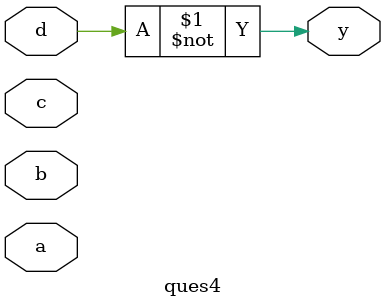
<source format=v>
`timescale 1ns / 1ps
module ques4(a,b,c,d,y );
input a,b,c,d;
output y;
not name1(y,d);

endmodule

</source>
